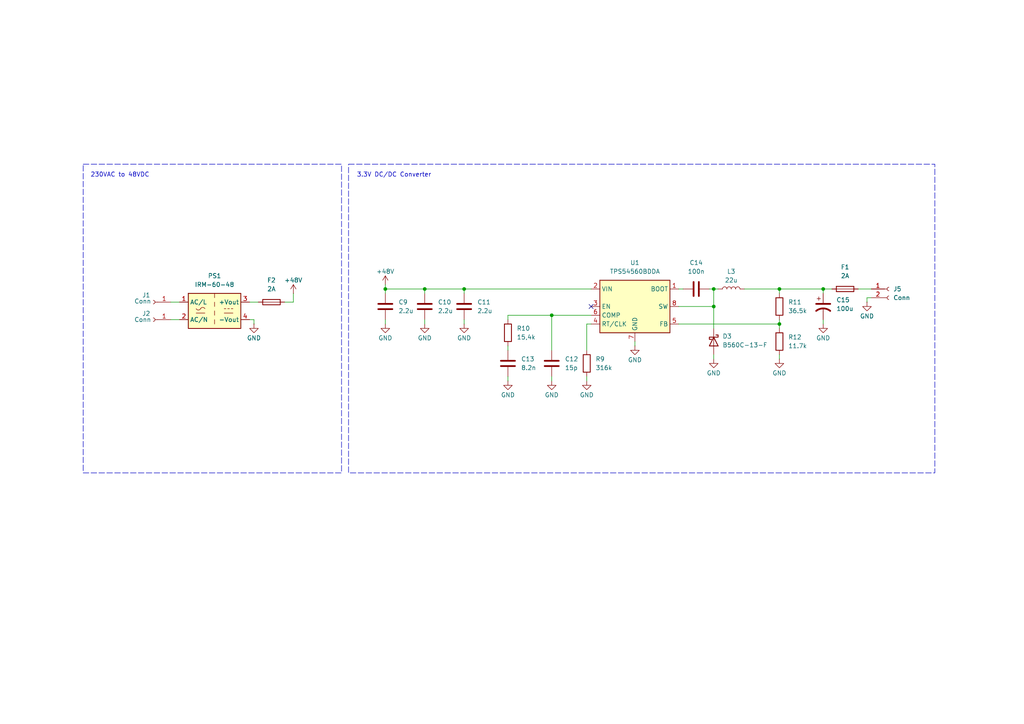
<source format=kicad_sch>
(kicad_sch (version 20231120) (generator "eeschema") (generator_version "8.0")
  (paper "A4")
  (title_block (title "UV Lamp Power Board") (date "2025-03-30") (rev "v2.0") (company "Szymon Wąchała"))
  (lib_symbols
    (symbol "Connector:Conn_01x01_Socket" (pin_names (offset 1.016) hide)
      (property "Reference" "J" (at 0 2.54 0))
      (property "Value" "Conn_01x01_Socket" (at 0 -2.54 0))
      (symbol "Conn_01x01_Socket_1_1"
        (polyline (pts (xy -1.27 0) (xy -0.508 0)) (stroke (width 0.1524)))
        (arc (start 0 0.508) (mid -0.5058 0) (end 0 -0.508) (stroke (width 0.1524)))
        (pin passive line (at -5.08 0 0) (length 3.81) (name "Pin_1") (number "1"))
      )
    )
    (symbol "Connector:Conn_01x02_Socket" (pin_names (offset 1.016) hide)
      (property "Reference" "J" (at 0 2.54 0))
      (property "Value" "Conn_01x02_Socket" (at 0 -5.08 0))
      (symbol "Conn_01x02_Socket_1_1"
        (arc (start 0 -2.032) (mid -0.5058 -2.54) (end 0 -3.048) (stroke (width 0.1524)))
        (polyline (pts (xy -1.27 -2.54) (xy -0.508 -2.54)) (stroke (width 0.1524)))
        (polyline (pts (xy -1.27 0) (xy -0.508 0)) (stroke (width 0.1524)))
        (arc (start 0 0.508) (mid -0.5058 0) (end 0 -0.508) (stroke (width 0.1524)))
        (pin passive line (at -5.08 0 0) (length 3.81) (name "Pin_1") (number "1"))
        (pin passive line (at -5.08 -2.54 0) (length 3.81) (name "Pin_2") (number "2"))
      )
    )
    (symbol "Converter_ACDC:IRM-60-48"
      (property "Reference" "PS" (at 0 7.62 0))
      (property "Value" "IRM-60-48" (at 0 -7.62 0))
      (symbol "IRM-60-48_1_1"
        (rectangle (start -7.62 5.08) (end 7.62 -5.08) (stroke (width 0.254)) (fill (type background)))
        (arc (start -5.334 0.635) (mid -4.699 0.2495) (end -4.064 0.635))
        (arc (start -2.794 0.635) (mid -3.429 1.0072) (end -4.064 0.635))
        (polyline (pts (xy -5.334 -0.635) (xy -2.794 -0.635)))
        (polyline (pts (xy 0 -2.54) (xy 0 -3.81)))
        (polyline (pts (xy 0 0) (xy 0 -1.27)))
        (polyline (pts (xy 0 2.54) (xy 0 1.27)))
        (polyline (pts (xy 0 5.08) (xy 0 3.81)))
        (polyline (pts (xy 2.794 -0.635) (xy 5.334 -0.635)))
        (polyline (pts (xy 2.794 0.635) (xy 3.302 0.635)))
        (polyline (pts (xy 3.81 0.635) (xy 4.318 0.635)))
        (polyline (pts (xy 4.826 0.635) (xy 5.334 0.635)))
        (pin power_in line (at -10.16 2.54 0) (length 2.54) (name "AC/L") (number "1"))
        (pin power_in line (at -10.16 -2.54 0) (length 2.54) (name "AC/N") (number "2"))
        (pin power_out line (at 10.16 2.54 180) (length 2.54) (name "+Vout") (number "3"))
        (pin power_out line (at 10.16 -2.54 180) (length 2.54) (name "-Vout") (number "4"))
      )
    )
    (symbol "Device:C" (pin_numbers hide) (pin_names (offset 0.254))
      (property "Reference" "C" (at 0.635 2.54 0))
      (property "Value" "C" (at 0.635 -2.54 0))
      (symbol "C_0_1"
        (polyline (pts (xy -2.032 -0.762) (xy 2.032 -0.762)) (stroke (width 0.508)))
        (polyline (pts (xy -2.032 0.762) (xy 2.032 0.762)) (stroke (width 0.508)))
      )
      (symbol "C_1_1"
        (pin passive line (at 0 3.81 270) (length 2.794) (name "~") (number "1"))
        (pin passive line (at 0 -3.81 90) (length 2.794) (name "~") (number "2"))
      )
    )
    (symbol "Device:C_Polarized_US" (pin_numbers hide) (pin_names (offset 0.254) hide)
      (property "Reference" "C" (at 0.635 2.54 0))
      (property "Value" "C_Polarized_US" (at 0.635 -2.54 0))
      (symbol "C_Polarized_US_0_1"
        (polyline (pts (xy -2.032 0.762) (xy 2.032 0.762)) (stroke (width 0.508)))
        (polyline (pts (xy -1.778 2.286) (xy -0.762 2.286)))
        (polyline (pts (xy -1.27 1.778) (xy -1.27 2.794)))
        (arc (start 2.032 -1.27) (mid 0 -0.5572) (end -2.032 -1.27) (stroke (width 0.508)))
      )
      (symbol "C_Polarized_US_1_1"
        (pin passive line (at 0 3.81 270) (length 2.794) (name "~") (number "1"))
        (pin passive line (at 0 -3.81 90) (length 3.302) (name "~") (number "2"))
      )
    )
    (symbol "Device:D_Schottky" (pin_numbers hide) (pin_names (offset 1.016) hide)
      (property "Reference" "D" (at 0 2.54 0))
      (property "Value" "D_Schottky" (at 0 -2.54 0))
      (symbol "D_Schottky_0_1"
        (polyline (pts (xy 1.27 0) (xy -1.27 0)))
        (polyline (pts (xy 1.27 1.27) (xy 1.27 -1.27) (xy -1.27 0) (xy 1.27 1.27)) (stroke (width 0.254)))
        (polyline (pts (xy -1.905 0.635) (xy -1.905 1.27) (xy -1.27 1.27) (xy -1.27 -1.27) (xy -0.635 -1.27) (xy -0.635 -0.635)) (stroke (width 0.254)))
      )
      (symbol "D_Schottky_1_1"
        (pin passive line (at -3.81 0 0) (length 2.54) (name "K") (number "1"))
        (pin passive line (at 3.81 0 180) (length 2.54) (name "A") (number "2"))
      )
    )
    (symbol "Device:Fuse" (pin_numbers hide) (pin_names (offset 0))
      (property "Reference" "F" (at 2.032 0 90))
      (property "Value" "Fuse" (at -1.905 0 90))
      (symbol "Fuse_0_1"
        (rectangle (start -0.762 -2.54) (end 0.762 2.54) (stroke (width 0.254)))
        (polyline (pts (xy 0 2.54) (xy 0 -2.54)))
      )
      (symbol "Fuse_1_1"
        (pin passive line (at 0 3.81 270) (length 1.27) (name "~") (number "1"))
        (pin passive line (at 0 -3.81 90) (length 1.27) (name "~") (number "2"))
      )
    )
    (symbol "Device:L" (pin_numbers hide) (pin_names (offset 1.016) hide)
      (property "Reference" "L" (at -1.27 0 90))
      (property "Value" "L" (at 1.905 0 90))
      (symbol "L_0_1"
        (arc (start 0 -2.54) (mid 0.6323 -1.905) (end 0 -1.27))
        (arc (start 0 -1.27) (mid 0.6323 -0.635) (end 0 0))
        (arc (start 0 0) (mid 0.6323 0.635) (end 0 1.27))
        (arc (start 0 1.27) (mid 0.6323 1.905) (end 0 2.54))
      )
      (symbol "L_1_1"
        (pin passive line (at 0 3.81 270) (length 1.27) (name "1") (number "1"))
        (pin passive line (at 0 -3.81 90) (length 1.27) (name "2") (number "2"))
      )
    )
    (symbol "Device:R" (pin_numbers hide) (pin_names (offset 0))
      (property "Reference" "R" (at 2.032 0 90))
      (property "Value" "R" (at 0 0 90))
      (symbol "R_0_1"
        (rectangle (start -1.016 -2.54) (end 1.016 2.54) (stroke (width 0.254)))
      )
      (symbol "R_1_1"
        (pin passive line (at 0 3.81 270) (length 1.27) (name "~") (number "1"))
        (pin passive line (at 0 -3.81 90) (length 1.27) (name "~") (number "2"))
      )
    )
    (symbol "Regulator_Switching:TPS54560BDDA"
      (property "Reference" "U" (at -6.35 8.89 0))
      (property "Value" "TPS54560BDDA" (at 10.16 8.89 0))
      (symbol "TPS54560BDDA_0_1"
        (rectangle (start -10.16 7.62) (end 10.16 -7.62) (stroke (width 0.254)) (fill (type background)))
      )
      (symbol "TPS54560BDDA_1_1"
        (pin passive line (at 12.7 5.08 180) (length 2.54) (name "BOOT") (number "1"))
        (pin power_in line (at -12.7 5.08 0) (length 2.54) (name "VIN") (number "2"))
        (pin input line (at -12.7 0 0) (length 2.54) (name "EN") (number "3"))
        (pin passive line (at -12.7 -5.08 0) (length 2.54) (name "RT/CLK") (number "4"))
        (pin input line (at 12.7 -5.08 180) (length 2.54) (name "FB") (number "5"))
        (pin output line (at -12.7 -2.54 0) (length 2.54) (name "COMP") (number "6"))
        (pin power_in line (at 0 -10.16 90) (length 2.54) (name "GND") (number "7"))
        (pin power_out line (at 12.7 0 180) (length 2.54) (name "SW") (number "8"))
        (pin passive line (at 0 -10.16 90) (length 2.54) hide (name "GND") (number "9"))
      )
    )
    (symbol "power:GND" (power) (pin_numbers hide) (pin_names (offset 0) hide)
      (property "Value" "GND" (at 0 -3.81 0))
      (symbol "GND_0_1"
        (polyline (pts (xy 0 0) (xy 0 -1.27) (xy 1.27 -1.27) (xy 0 -2.54) (xy -1.27 -1.27) (xy 0 -1.27)))
      )
      (symbol "GND_1_1"
        (pin power_in line (at 0 0 270) (length 0) (name "~") (number "1"))
      )
    )
    (symbol "power:VCC" (power) (pin_numbers hide) (pin_names (offset 0) hide)
      (property "Value" "VCC" (at 0 3.556 0))
      (symbol "VCC_0_1"
        (polyline (pts (xy -0.762 1.27) (xy 0 2.54)))
        (polyline (pts (xy 0 0) (xy 0 2.54)))
        (polyline (pts (xy 0 2.54) (xy 0.762 1.27)))
      )
      (symbol "VCC_1_1"
        (pin power_in line (at 0 0 90) (length 0) (name "~") (number "1"))
      )
    )
  )
  (junction (at 226.06 83.82))
  (junction (at 238.76 83.82))
  (junction (at 207.01 88.9))
  (junction (at 123.19 83.82))
  (junction (at 111.76 83.82))
  (junction (at 134.62 83.82))
  (junction (at 226.06 93.98))
  (junction (at 207.01 83.82))
  (junction (at 160.02 91.44))
  (no_connect (at 171.45 88.9))
  (wire (pts (xy 134.62 83.82) (xy 171.45 83.82)))
  (wire (pts (xy 248.92 83.82) (xy 252.73 83.82)))
  (wire (pts (xy 196.85 88.9) (xy 207.01 88.9)))
  (wire (pts (xy 72.39 87.63) (xy 74.93 87.63)))
  (wire (pts (xy 85.09 87.63) (xy 85.09 85.09)))
  (wire (pts (xy 160.02 91.44) (xy 171.45 91.44)))
  (wire (pts (xy 123.19 83.82) (xy 134.62 83.82)))
  (wire (pts (xy 226.06 85.09) (xy 226.06 83.82)))
  (wire (pts (xy 72.39 92.71) (xy 73.66 92.71)))
  (wire (pts (xy 226.06 92.71) (xy 226.06 93.98)))
  (wire (pts (xy 170.18 93.98) (xy 171.45 93.98)))
  (wire (pts (xy 207.01 83.82) (xy 208.28 83.82)))
  (wire (pts (xy 111.76 82.55) (xy 111.76 83.82)))
  (wire (pts (xy 226.06 102.87) (xy 226.06 104.14)))
  (wire (pts (xy 238.76 83.82) (xy 226.06 83.82)))
  (wire (pts (xy 49.53 92.71) (xy 52.07 92.71)))
  (wire (pts (xy 205.74 83.82) (xy 207.01 83.82)))
  (wire (pts (xy 111.76 92.71) (xy 111.76 93.98)))
  (wire (pts (xy 73.66 92.71) (xy 73.66 93.98)))
  (wire (pts (xy 207.01 88.9) (xy 207.01 83.82)))
  (wire (pts (xy 207.01 88.9) (xy 207.01 95.25)))
  (wire (pts (xy 238.76 83.82) (xy 241.3 83.82)))
  (wire (pts (xy 147.32 100.33) (xy 147.32 101.6)))
  (wire (pts (xy 123.19 83.82) (xy 123.19 85.09)))
  (wire (pts (xy 251.46 86.36) (xy 252.73 86.36)))
  (wire (pts (xy 82.55 87.63) (xy 85.09 87.63)))
  (wire (pts (xy 134.62 92.71) (xy 134.62 93.98)))
  (wire (pts (xy 123.19 92.71) (xy 123.19 93.98)))
  (wire (pts (xy 226.06 93.98) (xy 226.06 95.25)))
  (wire (pts (xy 238.76 92.71) (xy 238.76 93.98)))
  (wire (pts (xy 147.32 91.44) (xy 160.02 91.44)))
  (wire (pts (xy 196.85 83.82) (xy 198.12 83.82)))
  (wire (pts (xy 160.02 101.6) (xy 160.02 91.44)))
  (wire (pts (xy 238.76 85.09) (xy 238.76 83.82)))
  (wire (pts (xy 111.76 85.09) (xy 111.76 83.82)))
  (wire (pts (xy 134.62 83.82) (xy 134.62 85.09)))
  (wire (pts (xy 207.01 102.87) (xy 207.01 104.14)))
  (wire (pts (xy 49.53 87.63) (xy 52.07 87.63)))
  (wire (pts (xy 170.18 101.6) (xy 170.18 93.98)))
  (wire (pts (xy 196.85 93.98) (xy 226.06 93.98)))
  (wire (pts (xy 111.76 83.82) (xy 123.19 83.82)))
  (wire (pts (xy 170.18 109.22) (xy 170.18 110.49)))
  (wire (pts (xy 160.02 109.22) (xy 160.02 110.49)))
  (wire (pts (xy 147.32 109.22) (xy 147.32 110.49)))
  (wire (pts (xy 147.32 92.71) (xy 147.32 91.44)))
  (wire (pts (xy 251.46 86.36) (xy 251.46 87.63)))
  (wire (pts (xy 226.06 83.82) (xy 215.9 83.82)))
  (wire (pts (xy 184.15 99.06) (xy 184.15 100.33)))
  (rectangle (start 24.13 47.625) (end 99.06 137.16) (stroke (width 0) (type dash)))
  (rectangle (start 101.092 47.625) (end 271.145 137.16) (stroke (width 0) (type dash)))
  (text "230VAC to 48VDC" (at 34.798 50.8 0) (effects (font (size 1.27 1.27))))
  (text "3.3V DC/DC Converter" (at 114.3 50.8 0) (effects (font (size 1.27 1.27))))
  (symbol (lib_id "Device:R") (at 226.06 99.06 0) (unit 1)
    (property "Reference" "R12" (at 228.6 97.7899 0) (effects (justify left)))
    (property "Value" "11.7k" (at 228.6 100.3299 0) (effects (justify left)))
    (property "Footprint" "Resistor_SMD:R_0805_2012Metric" (effects (hide yes)))
    (property "Description" "Resistor" (effects (hide yes)))
  )
  (symbol (lib_id "Device:C") (at 160.02 105.41 0) (unit 1)
    (property "Reference" "C12" (at 163.83 104.1399 0) (effects (justify left)))
    (property "Value" "15p" (at 163.83 106.6799 0) (effects (justify left)))
    (property "Footprint" "Capacitor_SMD:C_0805_2012Metric" (effects (hide yes)))
    (property "Description" "Unpolarized capacitor" (effects (hide yes)))
  )
  (symbol (lib_id "Device:R") (at 226.06 88.9 0) (unit 1)
    (property "Reference" "R11" (at 228.6 87.6299 0) (effects (justify left)))
    (property "Value" "36.5k" (at 228.6 90.1699 0) (effects (justify left)))
    (property "Footprint" "Resistor_SMD:R_0805_2012Metric" (effects (hide yes)))
    (property "Description" "Resistor" (effects (hide yes)))
  )
  (symbol (lib_id "Device:Fuse") (at 78.74 87.63 90) (unit 1)
    (property "Reference" "F2" (at 78.74 81.28 90))
    (property "Value" "2A" (at 78.74 83.82 90))
    (property "Footprint" "Fuse:Fuse_1206_3216Metric" (effects (hide yes)))
    (property "Description" "Fuse" (effects (hide yes)))
  )
  (symbol (lib_id "power:GND") (at 238.76 93.98 0) (unit 1)
    (property "Reference" "#PWR027" (effects (hide yes)))
    (property "Value" "GND" (at 238.76 98.044 0))
    (property "Description" "Power symbol creates a global label with name \"GND\" , ground" (effects (hide yes)))
  )
  (symbol (lib_id "Connector:Conn_01x02_Socket") (at 257.81 83.82 0) (unit 1)
    (property "Reference" "J5" (at 259.08 83.8199 0) (effects (justify left)))
    (property "Value" "Conn" (at 259.08 86.3599 0) (effects (justify left)))
    (property "Footprint" "Connector_Wire:SolderWire-1sqmm_1x02_P5.4mm_D1.4mm_OD2.7mm" (effects (hide yes)))
    (property "Description" "Generic connector, single row, 01x02, script generated" (effects (hide yes)))
  )
  (symbol (lib_id "power:VCC") (at 85.09 85.09 0) (unit 1)
    (property "Reference" "#PWR029" (effects (hide yes)))
    (property "Value" "+48V" (at 85.09 81.28 0))
    (property "Description" "Power symbol creates a global label with name \"VCC\"" (effects (hide yes)))
  )
  (symbol (lib_id "Device:C") (at 123.19 88.9 0) (unit 1)
    (property "Reference" "C10" (at 127 87.6299 0) (effects (justify left)))
    (property "Value" "2.2u" (at 127 90.1699 0) (effects (justify left)))
    (property "Footprint" "Capacitor_SMD:C_1206_3216Metric" (effects (hide yes)))
    (property "Description" "Unpolarized capacitor" (effects (hide yes)))
  )
  (symbol (lib_id "Device:C") (at 134.62 88.9 0) (unit 1)
    (property "Reference" "C11" (at 138.43 87.6299 0) (effects (justify left)))
    (property "Value" "2.2u" (at 138.43 90.1699 0) (effects (justify left)))
    (property "Footprint" "Capacitor_SMD:C_1206_3216Metric" (effects (hide yes)))
    (property "Description" "Unpolarized capacitor" (effects (hide yes)))
  )
  (symbol (lib_id "Device:L") (at 212.09 83.82 90) (unit 1)
    (property "Reference" "L3" (at 212.09 78.74 90))
    (property "Value" "22u" (at 212.09 81.28 90))
    (property "Footprint" "Inductor_SMD:L_12x12mm_H6mm" (effects (hide yes)))
    (property "Description" "Inductor" (effects (hide yes)))
  )
  (symbol (lib_id "power:GND") (at 111.76 93.98 0) (unit 1)
    (property "Reference" "#PWR019" (effects (hide yes)))
    (property "Value" "GND" (at 111.76 98.044 0))
    (property "Description" "Power symbol creates a global label with name \"GND\" , ground" (effects (hide yes)))
  )
  (symbol (lib_id "power:VCC") (at 111.76 82.55 0) (unit 1)
    (property "Reference" "#PWR030" (effects (hide yes)))
    (property "Value" "+48V" (at 111.76 78.74 0))
    (property "Description" "Power symbol creates a global label with name \"VCC\"" (effects (hide yes)))
  )
  (symbol (lib_id "power:GND") (at 226.06 104.14 0) (unit 1)
    (property "Reference" "#PWR026" (effects (hide yes)))
    (property "Value" "GND" (at 226.06 108.204 0))
    (property "Description" "Power symbol creates a global label with name \"GND\" , ground" (effects (hide yes)))
  )
  (symbol (lib_id "Device:C") (at 201.93 83.82 90) (unit 1)
    (property "Reference" "C14" (at 201.93 76.2 90))
    (property "Value" "100n" (at 201.93 78.74 90))
    (property "Footprint" "Capacitor_SMD:C_0805_2012Metric" (effects (hide yes)))
    (property "Description" "Unpolarized capacitor" (effects (hide yes)))
  )
  (symbol (lib_id "Regulator_Switching:TPS54560BDDA") (at 184.15 88.9 0) (unit 1)
    (property "Reference" "U1" (at 184.15 76.2 0))
    (property "Value" "TPS54560BDDA" (at 184.15 78.74 0))
    (property "Footprint" "Package_SO:Texas_R-PDSO-G8_EP2.95x4.9mm_Mask2.4x3.1mm_ThermalVias" (effects (hide yes)))
    (property "Datasheet" "https://www.ti.com/lit/ds/symlink/tps54560b.pdf" (effects (hide yes)))
    (property "Description" "5A, Step Down DC-DC Converter, 4.5-60V Input Voltage, Texas R-PDSO-G8" (effects (hide yes)))
  )
  (symbol (lib_id "Connector:Conn_01x01_Socket") (at 44.45 92.71 0) (mirror y) (unit 1)
    (property "Reference" "J2" (at 42.418 90.932 0))
    (property "Value" "Conn" (at 41.402 92.71 0))
    (property "Footprint" "Connector_Wire:SolderWire-1.5sqmm_1x01_D1.7mm_OD3.9mm" (effects (hide yes)))
    (property "Description" "Generic connector, single row, 01x01, script generated" (effects (hide yes)))
  )
  (symbol (lib_id "power:GND") (at 123.19 93.98 0) (unit 1)
    (property "Reference" "#PWR020" (effects (hide yes)))
    (property "Value" "GND" (at 123.19 98.044 0))
    (property "Description" "Power symbol creates a global label with name \"GND\" , ground" (effects (hide yes)))
  )
  (symbol (lib_id "Device:D_Schottky") (at 207.01 99.06 270) (unit 1)
    (property "Reference" "D3" (at 209.55 97.536 90) (effects (justify left)))
    (property "Value" "B560C-13-F" (at 209.55 100.076 90) (effects (justify left)))
    (property "Footprint" "Diode_SMD:D_SMC" (effects (hide yes)))
    (property "Description" "Schottky diode" (effects (hide yes)))
  )
  (symbol (lib_id "power:GND") (at 160.02 110.49 0) (unit 1)
    (property "Reference" "#PWR023" (effects (hide yes)))
    (property "Value" "GND" (at 160.02 114.554 0))
    (property "Description" "Power symbol creates a global label with name \"GND\" , ground" (effects (hide yes)))
  )
  (symbol (lib_id "power:GND") (at 251.46 87.63 0) (unit 1)
    (property "Reference" "#PWR028" (effects (hide yes)))
    (property "Value" "GND" (at 251.46 91.694 0))
    (property "Description" "Power symbol creates a global label with name \"GND\" , ground" (effects (hide yes)))
  )
  (symbol (lib_id "power:GND") (at 134.62 93.98 0) (unit 1)
    (property "Reference" "#PWR021" (effects (hide yes)))
    (property "Value" "GND" (at 134.62 98.044 0))
    (property "Description" "Power symbol creates a global label with name \"GND\" , ground" (effects (hide yes)))
  )
  (symbol (lib_id "Device:Fuse") (at 245.11 83.82 90) (unit 1)
    (property "Reference" "F1" (at 245.11 77.47 90))
    (property "Value" "2A" (at 245.11 80.01 90))
    (property "Footprint" "Fuse:Fuse_1206_3216Metric" (effects (hide yes)))
    (property "Description" "Fuse" (effects (hide yes)))
  )
  (symbol (lib_id "Device:C") (at 111.76 88.9 0) (unit 1)
    (property "Reference" "C9" (at 115.57 87.6299 0) (effects (justify left)))
    (property "Value" "2.2u" (at 115.57 90.1699 0) (effects (justify left)))
    (property "Footprint" "Capacitor_SMD:C_1206_3216Metric" (effects (hide yes)))
    (property "Description" "Unpolarized capacitor" (effects (hide yes)))
  )
  (symbol (lib_id "power:GND") (at 147.32 110.49 0) (unit 1)
    (property "Reference" "#PWR024" (effects (hide yes)))
    (property "Value" "GND" (at 147.32 114.554 0))
    (property "Description" "Power symbol creates a global label with name \"GND\" , ground" (effects (hide yes)))
  )
  (symbol (lib_id "Device:C") (at 147.32 105.41 0) (unit 1)
    (property "Reference" "C13" (at 151.13 104.1399 0) (effects (justify left)))
    (property "Value" "8.2n" (at 151.13 106.6799 0) (effects (justify left)))
    (property "Footprint" "Capacitor_SMD:C_0805_2012Metric" (effects (hide yes)))
    (property "Description" "Unpolarized capacitor" (effects (hide yes)))
  )
  (symbol (lib_id "Device:C_Polarized_US") (at 238.76 88.9 0) (unit 1)
    (property "Reference" "C15" (at 242.57 86.9949 0) (effects (justify left)))
    (property "Value" "100u" (at 242.57 89.5349 0) (effects (justify left)))
    (property "Footprint" "Capacitor_SMD:CP_Elec_6.3x7.7" (effects (hide yes)))
    (property "Description" "Polarized capacitor, US symbol" (effects (hide yes)))
  )
  (symbol (lib_id "power:GND") (at 184.15 100.33 0) (unit 1)
    (property "Reference" "#PWR09" (effects (hide yes)))
    (property "Value" "GND" (at 184.15 104.394 0))
    (property "Description" "Power symbol creates a global label with name \"GND\" , ground" (effects (hide yes)))
  )
  (symbol (lib_id "power:GND") (at 170.18 110.49 0) (unit 1)
    (property "Reference" "#PWR022" (effects (hide yes)))
    (property "Value" "GND" (at 170.18 114.554 0))
    (property "Description" "Power symbol creates a global label with name \"GND\" , ground" (effects (hide yes)))
  )
  (symbol (lib_id "Device:R") (at 147.32 96.52 0) (unit 1)
    (property "Reference" "R10" (at 149.86 95.2499 0) (effects (justify left)))
    (property "Value" "15,4k" (at 149.86 97.7899 0) (effects (justify left)))
    (property "Footprint" "Resistor_SMD:R_0805_2012Metric" (effects (hide yes)))
    (property "Description" "Resistor" (effects (hide yes)))
  )
  (symbol (lib_id "power:GND") (at 73.66 93.98 0) (unit 1)
    (property "Reference" "#PWR031" (effects (hide yes)))
    (property "Value" "GND" (at 73.66 98.044 0))
    (property "Description" "Power symbol creates a global label with name \"GND\" , ground" (effects (hide yes)))
  )
  (symbol (lib_id "Converter_ACDC:IRM-60-48") (at 62.23 90.17 0) (unit 1)
    (property "Reference" "PS1" (at 62.23 80.01 0))
    (property "Value" "IRM-60-48" (at 62.23 82.55 0))
    (property "Footprint" "Converter_ACDC:Converter_ACDC_MeanWell_IRM-60-xx_THT" (effects (hide yes)))
    (property "Datasheet" "http://www.meanwellusa.com/productPdf.aspx?i=687" (effects (hide yes)))
    (property "Description" "48V, 1.25A, 50W, Isolated, AC-DC, IRM60" (effects (hide yes)))
  )
  (symbol (lib_id "Device:R") (at 170.18 105.41 0) (unit 1)
    (property "Reference" "R9" (at 172.72 104.1399 0) (effects (justify left)))
    (property "Value" "316k" (at 172.72 106.6799 0) (effects (justify left)))
    (property "Footprint" "Resistor_SMD:R_0805_2012Metric" (effects (hide yes)))
    (property "Description" "Resistor" (effects (hide yes)))
  )
  (symbol (lib_id "power:GND") (at 207.01 104.14 0) (unit 1)
    (property "Reference" "#PWR025" (effects (hide yes)))
    (property "Value" "GND" (at 207.01 108.204 0))
    (property "Description" "Power symbol creates a global label with name \"GND\" , ground" (effects (hide yes)))
  )
  (symbol (lib_id "Connector:Conn_01x01_Socket") (at 44.45 87.63 0) (mirror y) (unit 1)
    (property "Reference" "J1" (at 42.418 85.598 0))
    (property "Value" "Conn" (at 41.402 87.376 0))
    (property "Footprint" "Connector_Wire:SolderWire-1.5sqmm_1x01_D1.7mm_OD3.9mm" (effects (hide yes)))
    (property "Description" "Generic connector, single row, 01x01, script generated" (effects (hide yes)))
  )
)
</source>
